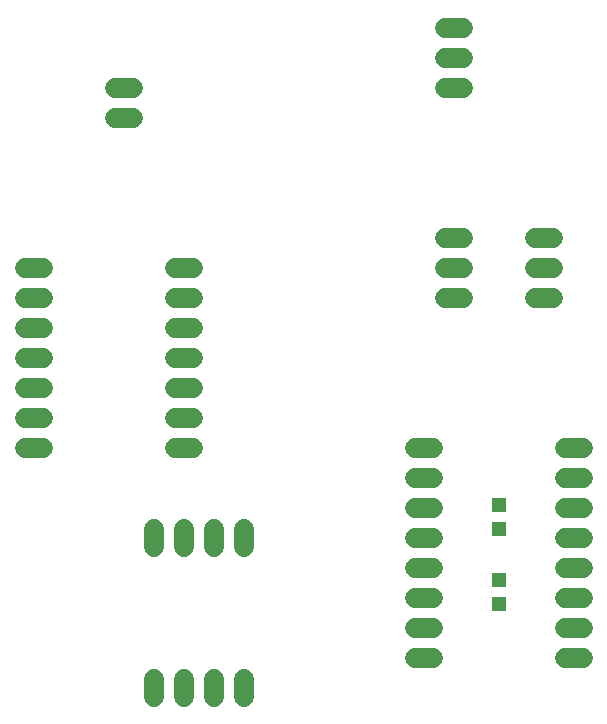
<source format=gbs>
G75*
%MOIN*%
%OFA0B0*%
%FSLAX25Y25*%
%IPPOS*%
%LPD*%
%AMOC8*
5,1,8,0,0,1.08239X$1,22.5*
%
%ADD10C,0.06800*%
%ADD11R,0.04762X0.04762*%
D10*
X0062312Y0102513D02*
X0068312Y0102513D01*
X0068312Y0112513D02*
X0062312Y0112513D01*
X0062312Y0122513D02*
X0068312Y0122513D01*
X0068312Y0132513D02*
X0062312Y0132513D01*
X0062312Y0142513D02*
X0068312Y0142513D01*
X0068312Y0152513D02*
X0062312Y0152513D01*
X0062312Y0162513D02*
X0068312Y0162513D01*
X0112312Y0162513D02*
X0118312Y0162513D01*
X0118312Y0152513D02*
X0112312Y0152513D01*
X0112312Y0142513D02*
X0118312Y0142513D01*
X0118312Y0132513D02*
X0112312Y0132513D01*
X0112312Y0122513D02*
X0118312Y0122513D01*
X0118312Y0112513D02*
X0112312Y0112513D01*
X0112312Y0102513D02*
X0118312Y0102513D01*
X0115312Y0075513D02*
X0115312Y0069513D01*
X0105312Y0069513D02*
X0105312Y0075513D01*
X0125312Y0075513D02*
X0125312Y0069513D01*
X0135312Y0069513D02*
X0135312Y0075513D01*
X0135312Y0025513D02*
X0135312Y0019513D01*
X0125312Y0019513D02*
X0125312Y0025513D01*
X0115312Y0025513D02*
X0115312Y0019513D01*
X0105312Y0019513D02*
X0105312Y0025513D01*
X0192312Y0032513D02*
X0198312Y0032513D01*
X0198312Y0042513D02*
X0192312Y0042513D01*
X0192312Y0052513D02*
X0198312Y0052513D01*
X0198312Y0062513D02*
X0192312Y0062513D01*
X0192312Y0072513D02*
X0198312Y0072513D01*
X0198312Y0082513D02*
X0192312Y0082513D01*
X0192312Y0092513D02*
X0198312Y0092513D01*
X0198312Y0102513D02*
X0192312Y0102513D01*
X0242312Y0102513D02*
X0248312Y0102513D01*
X0248312Y0092513D02*
X0242312Y0092513D01*
X0242312Y0082513D02*
X0248312Y0082513D01*
X0248312Y0072513D02*
X0242312Y0072513D01*
X0242312Y0062513D02*
X0248312Y0062513D01*
X0248312Y0052513D02*
X0242312Y0052513D01*
X0242312Y0042513D02*
X0248312Y0042513D01*
X0248312Y0032513D02*
X0242312Y0032513D01*
X0238312Y0152513D02*
X0232312Y0152513D01*
X0232312Y0162513D02*
X0238312Y0162513D01*
X0238312Y0172513D02*
X0232312Y0172513D01*
X0208312Y0172513D02*
X0202312Y0172513D01*
X0202312Y0162513D02*
X0208312Y0162513D01*
X0208312Y0152513D02*
X0202312Y0152513D01*
X0202312Y0222513D02*
X0208312Y0222513D01*
X0208312Y0232513D02*
X0202312Y0232513D01*
X0202312Y0242513D02*
X0208312Y0242513D01*
X0098312Y0222513D02*
X0092312Y0222513D01*
X0092312Y0212513D02*
X0098312Y0212513D01*
D11*
X0220312Y0083513D03*
X0220312Y0075513D03*
X0220312Y0058513D03*
X0220312Y0050513D03*
M02*

</source>
